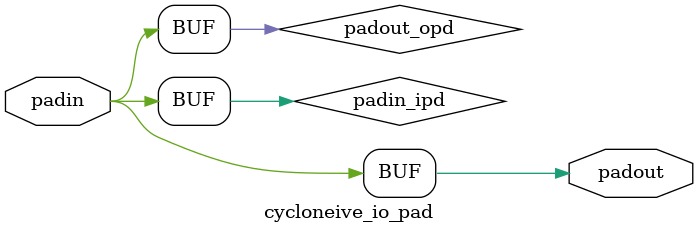
<source format=v>
module cycloneive_io_pad ( 
		      padin, 
                      padout
	            );
parameter lpm_type = "cycloneive_io_pad";
input padin; 
output padout;
wire padin_ipd;
wire padout_opd;
buf padin_buf  (padin_ipd,padin);
assign padout_opd = padin_ipd;
buf padout_buf (padout, padout_opd);
endmodule
</source>
